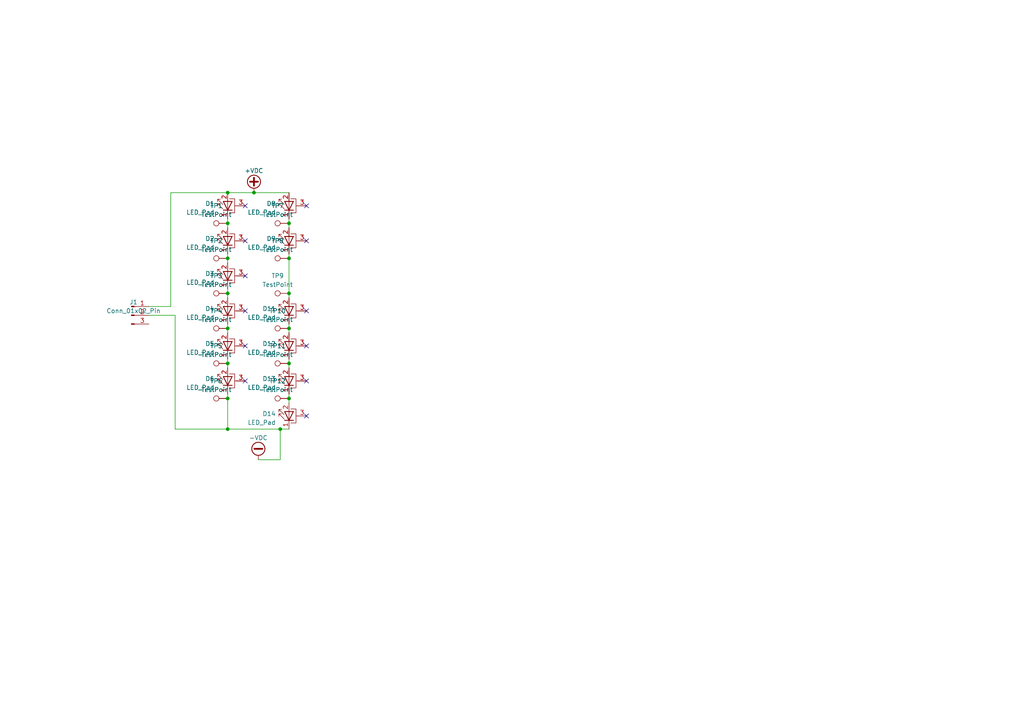
<source format=kicad_sch>
(kicad_sch (version 20230121) (generator eeschema)
  (paper "A4")
  (lib_symbols
    (symbol "Connector:Conn_01x03_Pin" (pin_names (offset 1.016) hide)
      (property "Reference" "J" (at 0 5.08 0))
      (property "Value" "Conn_01x03_Pin" (at 0 -5.08 0))
      (symbol "Conn_01x03_Pin_1_1"
        (polyline (pts (xy 1.27 -2.54) (xy 0.8636 -2.54)) (stroke (width 0.1524)))
        (polyline (pts (xy 1.27 0) (xy 0.8636 0)) (stroke (width 0.1524)))
        (polyline (pts (xy 1.27 2.54) (xy 0.8636 2.54)) (stroke (width 0.1524)))
        (rectangle (start 0.8636 -2.413) (end 0 -2.667) (stroke (width 0.1524)) (fill (type outline)))
        (rectangle (start 0.8636 0.127) (end 0 -0.127) (stroke (width 0.1524)) (fill (type outline)))
        (rectangle (start 0.8636 2.667) (end 0 2.413) (stroke (width 0.1524)) (fill (type outline)))
        (pin passive line (at 5.08 2.54 180) (length 3.81) (name "Pin_1") (number "1"))
        (pin passive line (at 5.08 0 180) (length 3.81) (name "Pin_2") (number "2"))
        (pin passive line (at 5.08 -2.54 180) (length 3.81) (name "Pin_3") (number "3"))
      )
    )
    (symbol "Connector:TestPoint" (pin_numbers hide) (pin_names (offset 0.762) hide)
      (property "Reference" "TP" (at 0 6.858 0))
      (property "Value" "TestPoint" (at 0 5.08 0))
      (symbol "TestPoint_0_1"
        (circle (center 0 3.302) (radius 0.762))
      )
      (symbol "TestPoint_1_1"
        (pin passive line (at 0 0 90) (length 2.54) (name "1") (number "1"))
      )
    )
    (symbol "Device:LED_Pad" (pin_names (offset 1.016) hide)
      (property "Reference" "D" (at 0 5.715 0))
      (property "Value" "LED_Pad" (at 0 3.81 0))
      (symbol "LED_Pad_0_1"
        (polyline (pts (xy -1.27 -1.27) (xy -1.27 1.27)) (stroke (width 0.254)))
        (polyline (pts (xy -1.27 0) (xy 1.27 0)))
        (polyline (pts (xy 0 -2.54) (xy 0 -2.032)))
        (polyline (pts (xy -2.032 -0.508) (xy -2.032 -2.032) (xy 2.032 -2.032) (xy 2.032 -0.508)))
        (polyline (pts (xy 1.27 -1.27) (xy 1.27 1.27) (xy -1.27 0) (xy 1.27 -1.27)) (stroke (width 0.254)))
        (polyline (pts (xy -0.889 1.397) (xy 0.635 2.921) (xy -0.127 2.921) (xy 0.635 2.921) (xy 0.635 2.159)))
        (polyline (pts (xy 0.381 1.397) (xy 1.905 2.921) (xy 1.143 2.921) (xy 1.905 2.921) (xy 1.905 2.159)))
      )
      (symbol "LED_Pad_1_1"
        (pin passive line (at -3.81 0 0) (length 2.54) (name "K") (number "1"))
        (pin passive line (at 3.81 0 180) (length 2.54) (name "A") (number "2"))
        (pin passive line (at 0 -5.08 90) (length 2.54) (name "PAD") (number "3"))
      )
    )
    (symbol "power:+VDC" (power) (pin_names (offset 0))
      (property "Value" "+VDC" (at 0 6.35 0))
      (symbol "+VDC_0_1"
        (polyline (pts (xy -1.143 3.175) (xy 1.143 3.175)) (stroke (width 0.508)))
        (polyline (pts (xy 0 0) (xy 0 1.27)))
        (polyline (pts (xy 0 2.032) (xy 0 4.318)) (stroke (width 0.508)))
        (circle (center 0 3.175) (radius 1.905) (stroke (width 0.254)))
      )
      (symbol "+VDC_1_1"
        (pin power_in line (at 0 0 90) (length 0) hide (name "+VDC") (number "1"))
      )
    )
    (symbol "power:-VDC" (power) (pin_names (offset 0))
      (property "Value" "-VDC" (at 0 6.35 0))
      (symbol "-VDC_0_1"
        (polyline (pts (xy -1.143 3.175) (xy 1.143 3.175)) (stroke (width 0.508)))
        (polyline (pts (xy 0 0) (xy 0 1.27)))
        (circle (center 0 3.175) (radius 1.905) (stroke (width 0.254)))
      )
      (symbol "-VDC_1_1"
        (pin power_in line (at 0 0 90) (length 0) hide (name "-VDC") (number "1"))
      )
    )
  )
  (junction (at 83.82 105.41))
  (junction (at 66.04 124.46))
  (junction (at 83.82 95.25))
  (junction (at 66.04 85.09))
  (junction (at 66.04 105.41))
  (junction (at 83.82 85.09))
  (junction (at 83.82 74.93))
  (junction (at 83.82 115.57))
  (junction (at 83.82 64.77))
  (junction (at 81.28 124.46))
  (junction (at 66.04 115.57))
  (junction (at 66.04 95.25))
  (junction (at 66.04 74.93))
  (junction (at 66.04 55.88))
  (junction (at 73.66 55.88))
  (junction (at 66.04 64.77))
  (no_connect (at 71.12 110.49))
  (no_connect (at 88.9 90.17))
  (no_connect (at 71.12 59.69))
  (no_connect (at 71.12 90.17))
  (no_connect (at 88.9 120.65))
  (no_connect (at 88.9 100.33))
  (no_connect (at 71.12 100.33))
  (no_connect (at 88.9 110.49))
  (no_connect (at 88.9 69.85))
  (no_connect (at 71.12 80.01))
  (no_connect (at 88.9 59.69))
  (no_connect (at 71.12 69.85))
  (wire (pts (xy 83.82 74.93) (xy 83.82 73.66)))
  (wire (pts (xy 83.82 86.36) (xy 83.82 85.09)))
  (wire (pts (xy 66.04 64.77) (xy 66.04 63.5)))
  (wire (pts (xy 66.04 76.2) (xy 66.04 74.93)))
  (wire (pts (xy 83.82 106.68) (xy 83.82 105.41)))
  (wire (pts (xy 43.18 88.9) (xy 49.53 88.9)))
  (wire (pts (xy 83.82 74.93) (xy 83.82 85.09)))
  (wire (pts (xy 43.18 91.44) (xy 50.8 91.44)))
  (wire (pts (xy 66.04 124.46) (xy 81.28 124.46)))
  (wire (pts (xy 66.04 95.25) (xy 66.04 93.98)))
  (wire (pts (xy 66.04 86.36) (xy 66.04 85.09)))
  (wire (pts (xy 49.53 55.88) (xy 66.04 55.88)))
  (wire (pts (xy 66.04 85.09) (xy 66.04 83.82)))
  (wire (pts (xy 66.04 115.57) (xy 66.04 124.46)))
  (wire (pts (xy 83.82 96.52) (xy 83.82 95.25)))
  (wire (pts (xy 83.82 66.04) (xy 83.82 64.77)))
  (wire (pts (xy 66.04 66.04) (xy 66.04 64.77)))
  (wire (pts (xy 66.04 74.93) (xy 66.04 73.66)))
  (wire (pts (xy 83.82 105.41) (xy 83.82 104.14)))
  (wire (pts (xy 66.04 115.57) (xy 66.04 114.3)))
  (wire (pts (xy 83.82 116.84) (xy 83.82 115.57)))
  (wire (pts (xy 81.28 133.35) (xy 81.28 124.46)))
  (wire (pts (xy 74.93 133.35) (xy 81.28 133.35)))
  (wire (pts (xy 66.04 55.88) (xy 73.66 55.88)))
  (wire (pts (xy 81.28 124.46) (xy 83.82 124.46)))
  (wire (pts (xy 66.04 106.68) (xy 66.04 105.41)))
  (wire (pts (xy 83.82 64.77) (xy 83.82 63.5)))
  (wire (pts (xy 50.8 91.44) (xy 50.8 124.46)))
  (wire (pts (xy 83.82 115.57) (xy 83.82 114.3)))
  (wire (pts (xy 83.82 95.25) (xy 83.82 93.98)))
  (wire (pts (xy 66.04 96.52) (xy 66.04 95.25)))
  (wire (pts (xy 49.53 88.9) (xy 49.53 55.88)))
  (wire (pts (xy 73.66 55.88) (xy 83.82 55.88)))
  (wire (pts (xy 50.8 124.46) (xy 66.04 124.46)))
  (wire (pts (xy 66.04 105.41) (xy 66.04 104.14)))
  (symbol (lib_id "Device:LED_Pad") (at 83.82 100.33 90) (unit 1)
    (property "Reference" "D12" (at 80.01 99.695 90) (effects (justify left)))
    (property "Value" "LED_Pad" (at 80.01 102.235 90) (effects (justify left)))
    (property "Footprint" "victor_strawlab:OSRAM_SFH_4715AS_with_LISA4" (effects hide))
  )
  (symbol (lib_id "Device:LED_Pad") (at 66.04 69.85 90) (unit 1)
    (property "Reference" "D2" (at 62.23 69.215 90) (effects (justify left)))
    (property "Value" "LED_Pad" (at 62.23 71.755 90) (effects (justify left)))
    (property "Footprint" "victor_strawlab:OSRAM_SFH_4715AS_with_LISA4" (effects hide))
  )
  (symbol (lib_id "power:-VDC") (at 74.93 133.35 0) (unit 1)
    (property "Reference" "#PWR01" (effects hide))
    (property "Value" "-VDC" (at 74.93 127 0))
  )
  (symbol (lib_id "Connector:TestPoint") (at 66.04 74.93 90) (unit 1)
    (property "Reference" "TP2" (at 62.738 69.85 90))
    (property "Value" "TestPoint" (at 62.738 72.39 90))
    (property "Footprint" "victor_strawlab:TestPoint_Pad_D1.0mm_paste" (effects hide))
  )
  (symbol (lib_id "Connector:TestPoint") (at 66.04 85.09 90) (unit 1)
    (property "Reference" "TP3" (at 62.738 80.01 90))
    (property "Value" "TestPoint" (at 62.738 82.55 90))
    (property "Footprint" "victor_strawlab:TestPoint_Pad_D1.0mm_paste" (effects hide))
  )
  (symbol (lib_id "Device:LED_Pad") (at 66.04 80.01 90) (unit 1)
    (property "Reference" "D3" (at 62.23 79.375 90) (effects (justify left)))
    (property "Value" "LED_Pad" (at 62.23 81.915 90) (effects (justify left)))
    (property "Footprint" "victor_strawlab:OSRAM_SFH_4715AS_with_LISA4" (effects hide))
  )
  (symbol (lib_id "Device:LED_Pad") (at 83.82 69.85 90) (unit 1)
    (property "Reference" "D9" (at 80.01 69.215 90) (effects (justify left)))
    (property "Value" "LED_Pad" (at 80.01 71.755 90) (effects (justify left)))
    (property "Footprint" "victor_strawlab:OSRAM_SFH_4715AS_with_LISA4" (effects hide))
  )
  (symbol (lib_id "Connector:TestPoint") (at 83.82 85.09 90) (unit 1)
    (property "Reference" "TP9" (at 80.518 80.01 90))
    (property "Value" "TestPoint" (at 80.518 82.55 90))
    (property "Footprint" "victor_strawlab:TestPoint_Pad_D1.0mm_paste" (effects hide))
  )
  (symbol (lib_id "Connector:TestPoint") (at 66.04 64.77 90) (unit 1)
    (property "Reference" "TP1" (at 62.738 59.69 90))
    (property "Value" "TestPoint" (at 62.738 62.23 90))
    (property "Footprint" "victor_strawlab:TestPoint_Pad_D1.0mm_paste" (effects hide))
  )
  (symbol (lib_id "Connector:TestPoint") (at 66.04 95.25 90) (unit 1)
    (property "Reference" "TP4" (at 62.738 90.17 90))
    (property "Value" "TestPoint" (at 62.738 92.71 90))
    (property "Footprint" "victor_strawlab:TestPoint_Pad_D1.0mm_paste" (effects hide))
  )
  (symbol (lib_id "Device:LED_Pad") (at 66.04 90.17 90) (unit 1)
    (property "Reference" "D4" (at 62.23 89.535 90) (effects (justify left)))
    (property "Value" "LED_Pad" (at 62.23 92.075 90) (effects (justify left)))
    (property "Footprint" "victor_strawlab:OSRAM_SFH_4715AS_with_LISA4" (effects hide))
  )
  (symbol (lib_id "Device:LED_Pad") (at 83.82 120.65 90) (unit 1)
    (property "Reference" "D14" (at 80.01 120.015 90) (effects (justify left)))
    (property "Value" "LED_Pad" (at 80.01 122.555 90) (effects (justify left)))
    (property "Footprint" "victor_strawlab:OSRAM_SFH_4715AS_with_LISA4" (effects hide))
  )
  (symbol (lib_id "Connector:TestPoint") (at 66.04 105.41 90) (unit 1)
    (property "Reference" "TP5" (at 62.738 100.33 90))
    (property "Value" "TestPoint" (at 62.738 102.87 90))
    (property "Footprint" "victor_strawlab:TestPoint_Pad_D1.0mm_paste" (effects hide))
  )
  (symbol (lib_id "Device:LED_Pad") (at 66.04 59.69 90) (unit 1)
    (property "Reference" "D1" (at 62.23 59.055 90) (effects (justify left)))
    (property "Value" "LED_Pad" (at 62.23 61.595 90) (effects (justify left)))
    (property "Footprint" "victor_strawlab:OSRAM_SFH_4715AS_with_LISA4" (effects hide))
  )
  (symbol (lib_id "Device:LED_Pad") (at 83.82 59.69 90) (unit 1)
    (property "Reference" "D8" (at 80.01 59.055 90) (effects (justify left)))
    (property "Value" "LED_Pad" (at 80.01 61.595 90) (effects (justify left)))
    (property "Footprint" "victor_strawlab:OSRAM_SFH_4715AS_with_LISA4" (effects hide))
  )
  (symbol (lib_id "Connector:TestPoint") (at 83.82 115.57 90) (unit 1)
    (property "Reference" "TP12" (at 80.518 110.49 90))
    (property "Value" "TestPoint" (at 80.518 113.03 90))
    (property "Footprint" "victor_strawlab:TestPoint_Pad_D1.0mm_paste" (effects hide))
  )
  (symbol (lib_id "Device:LED_Pad") (at 66.04 110.49 90) (unit 1)
    (property "Reference" "D6" (at 62.23 109.855 90) (effects (justify left)))
    (property "Value" "LED_Pad" (at 62.23 112.395 90) (effects (justify left)))
    (property "Footprint" "victor_strawlab:OSRAM_SFH_4715AS_with_LISA4" (effects hide))
  )
  (symbol (lib_id "Connector:TestPoint") (at 83.82 64.77 90) (unit 1)
    (property "Reference" "TP7" (at 80.518 59.69 90))
    (property "Value" "TestPoint" (at 80.518 62.23 90))
    (property "Footprint" "victor_strawlab:TestPoint_Pad_D1.0mm_paste" (effects hide))
  )
  (symbol (lib_id "Connector:TestPoint") (at 83.82 95.25 90) (unit 1)
    (property "Reference" "TP10" (at 80.518 90.17 90))
    (property "Value" "TestPoint" (at 80.518 92.71 90))
    (property "Footprint" "victor_strawlab:TestPoint_Pad_D1.0mm_paste" (effects hide))
  )
  (symbol (lib_id "Device:LED_Pad") (at 83.82 90.17 90) (unit 1)
    (property "Reference" "D11" (at 80.01 89.535 90) (effects (justify left)))
    (property "Value" "LED_Pad" (at 80.01 92.075 90) (effects (justify left)))
    (property "Footprint" "victor_strawlab:OSRAM_SFH_4715AS_with_LISA4" (effects hide))
  )
  (symbol (lib_id "Connector:TestPoint") (at 83.82 105.41 90) (unit 1)
    (property "Reference" "TP11" (at 80.518 100.33 90))
    (property "Value" "TestPoint" (at 80.518 102.87 90))
    (property "Footprint" "victor_strawlab:TestPoint_Pad_D1.0mm_paste" (effects hide))
  )
  (symbol (lib_id "Device:LED_Pad") (at 66.04 100.33 90) (unit 1)
    (property "Reference" "D5" (at 62.23 99.695 90) (effects (justify left)))
    (property "Value" "LED_Pad" (at 62.23 102.235 90) (effects (justify left)))
    (property "Footprint" "victor_strawlab:OSRAM_SFH_4715AS_with_LISA4" (effects hide))
  )
  (symbol (lib_id "power:+VDC") (at 73.66 55.88 0) (unit 1)
    (property "Reference" "#PWR02" (effects hide))
    (property "Value" "+VDC" (at 73.66 49.53 0))
  )
  (symbol (lib_id "Connector:TestPoint") (at 66.04 115.57 90) (unit 1)
    (property "Reference" "TP6" (at 62.738 110.49 90))
    (property "Value" "TestPoint" (at 62.738 113.03 90))
    (property "Footprint" "victor_strawlab:TestPoint_Pad_D1.0mm_paste" (effects hide))
  )
  (symbol (lib_id "Connector:TestPoint") (at 83.82 74.93 90) (unit 1)
    (property "Reference" "TP8" (at 80.518 69.85 90))
    (property "Value" "TestPoint" (at 80.518 72.39 90))
    (property "Footprint" "victor_strawlab:TestPoint_Pad_D1.0mm_paste" (effects hide))
  )
  (symbol (lib_id "Connector:Conn_01x03_Pin") (at 38.1 91.44 0) (unit 1)
    (property "Reference" "J1" (at 38.735 87.63 0))
    (property "Value" "Conn_01x02_Pin" (at 38.735 90.17 0))
    (property "Footprint" "victor_strawlab:strawlab_led_conn_M_smd" (effects hide))
  )
  (symbol (lib_id "Device:LED_Pad") (at 83.82 110.49 90) (unit 1)
    (property "Reference" "D13" (at 80.01 109.855 90) (effects (justify left)))
    (property "Value" "LED_Pad" (at 80.01 112.395 90) (effects (justify left)))
    (property "Footprint" "victor_strawlab:OSRAM_SFH_4715AS_with_LISA4" (effects hide))
  )
)
</source>
